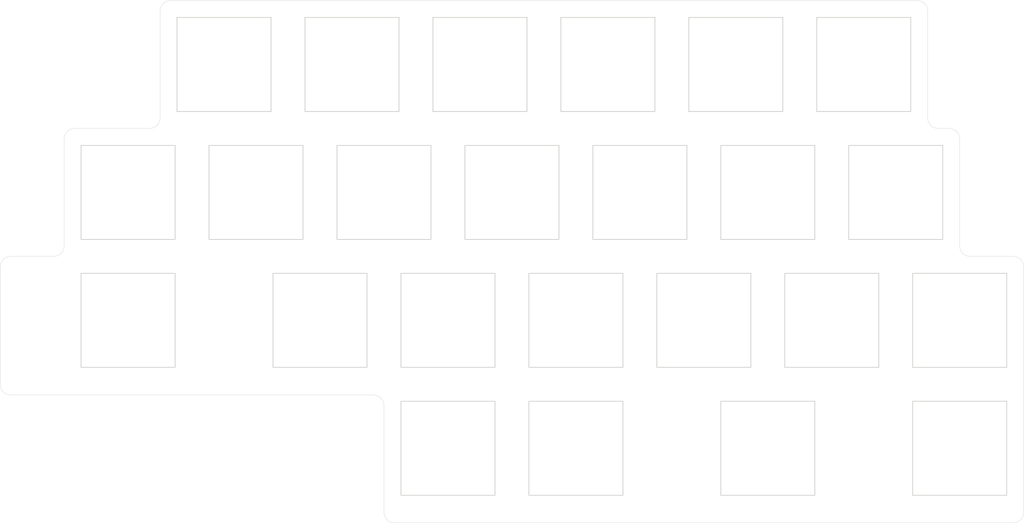
<source format=kicad_pcb>
(kicad_pcb (version 20171130) (host pcbnew "(5.1.10-1-10_14)")

  (general
    (thickness 1.6)
    (drawings 28)
    (tracks 0)
    (zones 0)
    (modules 26)
    (nets 1)
  )

  (page A4)
  (layers
    (0 F.Cu signal)
    (31 B.Cu signal)
    (32 B.Adhes user)
    (33 F.Adhes user)
    (34 B.Paste user)
    (35 F.Paste user)
    (36 B.SilkS user)
    (37 F.SilkS user)
    (38 B.Mask user)
    (39 F.Mask user)
    (40 Dwgs.User user)
    (41 Cmts.User user)
    (42 Eco1.User user)
    (43 Eco2.User user)
    (44 Edge.Cuts user)
    (45 Margin user)
    (46 B.CrtYd user)
    (47 F.CrtYd user)
    (48 B.Fab user)
    (49 F.Fab user)
  )

  (setup
    (last_trace_width 0.25)
    (trace_clearance 0.2)
    (zone_clearance 0.508)
    (zone_45_only no)
    (trace_min 0.2)
    (via_size 0.8)
    (via_drill 0.4)
    (via_min_size 0.4)
    (via_min_drill 0.3)
    (uvia_size 0.3)
    (uvia_drill 0.1)
    (uvias_allowed no)
    (uvia_min_size 0.2)
    (uvia_min_drill 0.1)
    (edge_width 0.05)
    (segment_width 0.2)
    (pcb_text_width 0.3)
    (pcb_text_size 1.5 1.5)
    (mod_edge_width 0.12)
    (mod_text_size 1 1)
    (mod_text_width 0.15)
    (pad_size 1.524 1.524)
    (pad_drill 0.762)
    (pad_to_mask_clearance 0)
    (aux_axis_origin 0 0)
    (visible_elements FFFFFF7F)
    (pcbplotparams
      (layerselection 0x010f0_ffffffff)
      (usegerberextensions true)
      (usegerberattributes false)
      (usegerberadvancedattributes false)
      (creategerberjobfile false)
      (excludeedgelayer true)
      (linewidth 0.100000)
      (plotframeref false)
      (viasonmask false)
      (mode 1)
      (useauxorigin false)
      (hpglpennumber 1)
      (hpglpenspeed 20)
      (hpglpendiameter 15.000000)
      (psnegative false)
      (psa4output false)
      (plotreference true)
      (plotvalue true)
      (plotinvisibletext false)
      (padsonsilk false)
      (subtractmaskfromsilk true)
      (outputformat 1)
      (mirror false)
      (drillshape 0)
      (scaleselection 1)
      (outputdirectory "../../gerbers/WTL-Split-Plates-Left-Top/"))
  )

  (net 0 "")

  (net_class Default "This is the default net class."
    (clearance 0.2)
    (trace_width 0.25)
    (via_dia 0.8)
    (via_drill 0.4)
    (uvia_dia 0.3)
    (uvia_drill 0.1)
  )

  (module Keebio-Parts:MX_Stabilizer_Cutout-2u (layer F.Cu) (tedit 59618178) (tstamp 613D0C88)
    (at 214.3125 98.425 180)
    (fp_text reference REF** (at 0.25 10.05) (layer Eco2.User) hide
      (effects (font (size 1 1) (thickness 0.15)))
    )
    (fp_text value MX_Stabilizer_Cutout-2u (at 0 -15.24) (layer F.Fab) hide
      (effects (font (size 1 1) (thickness 0.15)))
    )
    (fp_line (start 19 -9.5) (end 19 9.5) (layer Dwgs.User) (width 0.15))
    (fp_line (start 19 9.5) (end -19 9.5) (layer Dwgs.User) (width 0.15))
    (fp_line (start -19 9.5) (end -19 -9.5) (layer Dwgs.User) (width 0.15))
    (fp_line (start -19 -9.5) (end 19 -9.5) (layer Dwgs.User) (width 0.15))
    (pad "" np_thru_hole oval (at 11.938 7.7724 180) (size 3.048 0.3048) (drill oval 3.048 0.3048) (layers *.Cu *.Mask))
    (pad "" np_thru_hole oval (at 11.938 -5.5372 180) (size 6.6548 0.3048) (drill oval 6.6548 0.3048) (layers *.Cu *.Mask))
    (pad "" np_thru_hole oval (at 8.763 0.4572 180) (size 0.3048 12.2936) (drill oval 0.3048 12.2936) (layers *.Cu *.Mask))
    (pad "" np_thru_hole oval (at 11.938 6.4516 180) (size 6.6548 0.3048) (drill oval 6.6548 0.3048) (layers *.Cu *.Mask))
    (pad "" np_thru_hole oval (at 15.113 0.4572 180) (size 0.3048 12.2936) (drill oval 0.3048 12.2936) (layers *.Cu *.Mask))
    (pad "" np_thru_hole oval (at 15.9766 -0.889 180) (size 0.3048 2.794) (drill oval 0.3048 2.794) (layers *.Cu *.Mask))
    (pad "" np_thru_hole oval (at 10.5664 7.112 180) (size 0.3048 1.4732) (drill oval 0.3048 1.4732) (layers *.Cu *.Mask))
    (pad "" np_thru_hole oval (at 15.5448 -2.1336 180) (size 1.1684 0.3048) (drill oval 1.1684 0.3048) (layers *.Cu *.Mask))
    (pad "" np_thru_hole oval (at 13.3096 7.112 180) (size 0.3048 1.4732) (drill oval 0.3048 1.4732) (layers *.Cu *.Mask))
    (pad "" np_thru_hole oval (at 15.5448 0.3556 180) (size 1.1684 0.3048) (drill oval 1.1684 0.3048) (layers *.Cu *.Mask))
    (pad "" np_thru_hole oval (at -11.938 -5.5372 180) (size 6.6548 0.3048) (drill oval 6.6548 0.3048) (layers *.Cu *.Mask))
    (pad "" np_thru_hole oval (at -15.5448 -2.1336 180) (size 1.1684 0.3048) (drill oval 1.1684 0.3048) (layers *.Cu *.Mask))
    (pad "" np_thru_hole oval (at -15.9766 -0.889 180) (size 0.3048 2.794) (drill oval 0.3048 2.794) (layers *.Cu *.Mask))
    (pad "" np_thru_hole oval (at -15.113 0.4572 180) (size 0.3048 12.2936) (drill oval 0.3048 12.2936) (layers *.Cu *.Mask))
    (pad "" np_thru_hole oval (at -8.763 0.4572 180) (size 0.3048 12.2936) (drill oval 0.3048 12.2936) (layers *.Cu *.Mask))
    (pad "" np_thru_hole oval (at -11.938 6.4516 180) (size 6.6548 0.3048) (drill oval 6.6548 0.3048) (layers *.Cu *.Mask))
    (pad "" np_thru_hole oval (at -15.5448 0.3556 180) (size 1.1684 0.3048) (drill oval 1.1684 0.3048) (layers *.Cu *.Mask))
    (pad "" np_thru_hole oval (at -13.3096 7.112 180) (size 0.3048 1.4732) (drill oval 0.3048 1.4732) (layers *.Cu *.Mask))
    (pad "" np_thru_hole oval (at -10.5664 7.112 180) (size 0.3048 1.4732) (drill oval 0.3048 1.4732) (layers *.Cu *.Mask))
    (pad "" np_thru_hole oval (at -11.938 7.7724 180) (size 3.048 0.3048) (drill oval 3.048 0.3048) (layers *.Cu *.Mask))
  )

  (module kbd:SW_Hole (layer F.Cu) (tedit 5F1B7F65) (tstamp 613D0C7D)
    (at 214.3125 98.425)
    (fp_text reference SW2 (at 7 8.1) (layer F.SilkS) hide
      (effects (font (size 1 1) (thickness 0.15)))
    )
    (fp_text value KEY_SWITCH (at -7.4 -8.1) (layer F.Fab) hide
      (effects (font (size 1 1) (thickness 0.15)))
    )
    (fp_line (start 7 -7) (end -7 -7) (layer Edge.Cuts) (width 0.12))
    (fp_line (start 7 7) (end 7 -7) (layer Edge.Cuts) (width 0.12))
    (fp_line (start -7 7) (end 7 7) (layer Edge.Cuts) (width 0.12))
    (fp_line (start -7 -7) (end -7 7) (layer Edge.Cuts) (width 0.12))
    (fp_line (start 9.525 -9.525) (end -9.525 -9.525) (layer F.Fab) (width 0.15))
    (fp_line (start -9.525 -9.525) (end -9.525 9.525) (layer F.Fab) (width 0.15))
    (fp_line (start -9.525 9.525) (end 9.525 9.525) (layer F.Fab) (width 0.15))
    (fp_line (start 9.525 9.525) (end 9.525 -9.525) (layer F.Fab) (width 0.15))
  )

  (module kbd:SW_Hole (layer F.Cu) (tedit 5F1B7F65) (tstamp 613D095F)
    (at 242.8875 98.425)
    (fp_text reference SW2 (at 7 8.1) (layer F.SilkS) hide
      (effects (font (size 1 1) (thickness 0.15)))
    )
    (fp_text value KEY_SWITCH (at -7.4 -8.1) (layer F.Fab) hide
      (effects (font (size 1 1) (thickness 0.15)))
    )
    (fp_line (start 7 -7) (end -7 -7) (layer Edge.Cuts) (width 0.12))
    (fp_line (start 7 7) (end 7 -7) (layer Edge.Cuts) (width 0.12))
    (fp_line (start -7 7) (end 7 7) (layer Edge.Cuts) (width 0.12))
    (fp_line (start -7 -7) (end -7 7) (layer Edge.Cuts) (width 0.12))
    (fp_line (start 9.525 -9.525) (end -9.525 -9.525) (layer F.Fab) (width 0.15))
    (fp_line (start -9.525 -9.525) (end -9.525 9.525) (layer F.Fab) (width 0.15))
    (fp_line (start -9.525 9.525) (end 9.525 9.525) (layer F.Fab) (width 0.15))
    (fp_line (start 9.525 9.525) (end 9.525 -9.525) (layer F.Fab) (width 0.15))
  )

  (module kbd:SW_Hole (layer F.Cu) (tedit 5F1B7F65) (tstamp 613D0949)
    (at 166.6875 98.425)
    (fp_text reference SW2 (at 7 8.1) (layer F.SilkS) hide
      (effects (font (size 1 1) (thickness 0.15)))
    )
    (fp_text value KEY_SWITCH (at -7.4 -8.1) (layer F.Fab) hide
      (effects (font (size 1 1) (thickness 0.15)))
    )
    (fp_line (start 7 -7) (end -7 -7) (layer Edge.Cuts) (width 0.12))
    (fp_line (start 7 7) (end 7 -7) (layer Edge.Cuts) (width 0.12))
    (fp_line (start -7 7) (end 7 7) (layer Edge.Cuts) (width 0.12))
    (fp_line (start -7 -7) (end -7 7) (layer Edge.Cuts) (width 0.12))
    (fp_line (start 9.525 -9.525) (end -9.525 -9.525) (layer F.Fab) (width 0.15))
    (fp_line (start -9.525 -9.525) (end -9.525 9.525) (layer F.Fab) (width 0.15))
    (fp_line (start -9.525 9.525) (end 9.525 9.525) (layer F.Fab) (width 0.15))
    (fp_line (start 9.525 9.525) (end 9.525 -9.525) (layer F.Fab) (width 0.15))
  )

  (module kbd:SW_Hole (layer F.Cu) (tedit 5F1B7F65) (tstamp 613D0928)
    (at 185.7375 98.425)
    (fp_text reference SW2 (at 7 8.1) (layer F.SilkS) hide
      (effects (font (size 1 1) (thickness 0.15)))
    )
    (fp_text value KEY_SWITCH (at -7.4 -8.1) (layer F.Fab) hide
      (effects (font (size 1 1) (thickness 0.15)))
    )
    (fp_line (start 7 -7) (end -7 -7) (layer Edge.Cuts) (width 0.12))
    (fp_line (start 7 7) (end 7 -7) (layer Edge.Cuts) (width 0.12))
    (fp_line (start -7 7) (end 7 7) (layer Edge.Cuts) (width 0.12))
    (fp_line (start -7 -7) (end -7 7) (layer Edge.Cuts) (width 0.12))
    (fp_line (start 9.525 -9.525) (end -9.525 -9.525) (layer F.Fab) (width 0.15))
    (fp_line (start -9.525 -9.525) (end -9.525 9.525) (layer F.Fab) (width 0.15))
    (fp_line (start -9.525 9.525) (end 9.525 9.525) (layer F.Fab) (width 0.15))
    (fp_line (start 9.525 9.525) (end 9.525 -9.525) (layer F.Fab) (width 0.15))
  )

  (module kbd:SW_Hole (layer F.Cu) (tedit 5F1B7F65) (tstamp 613D0BDE)
    (at 119.0625 79.375)
    (fp_text reference SW2 (at 7 8.1) (layer F.SilkS) hide
      (effects (font (size 1 1) (thickness 0.15)))
    )
    (fp_text value KEY_SWITCH (at -7.4 -8.1) (layer F.Fab) hide
      (effects (font (size 1 1) (thickness 0.15)))
    )
    (fp_line (start 7 -7) (end -7 -7) (layer Edge.Cuts) (width 0.12))
    (fp_line (start 7 7) (end 7 -7) (layer Edge.Cuts) (width 0.12))
    (fp_line (start -7 7) (end 7 7) (layer Edge.Cuts) (width 0.12))
    (fp_line (start -7 -7) (end -7 7) (layer Edge.Cuts) (width 0.12))
    (fp_line (start 9.525 -9.525) (end -9.525 -9.525) (layer F.Fab) (width 0.15))
    (fp_line (start -9.525 -9.525) (end -9.525 9.525) (layer F.Fab) (width 0.15))
    (fp_line (start -9.525 9.525) (end 9.525 9.525) (layer F.Fab) (width 0.15))
    (fp_line (start 9.525 9.525) (end 9.525 -9.525) (layer F.Fab) (width 0.15))
  )

  (module Keebio-Parts:MX_Stabilizer_Cutout-2u (layer F.Cu) (tedit 59618178) (tstamp 613D0AFF)
    (at 119.0625 79.375 180)
    (fp_text reference REF** (at 0.25 10.05) (layer Eco2.User) hide
      (effects (font (size 1 1) (thickness 0.15)))
    )
    (fp_text value MX_Stabilizer_Cutout-2u (at 0 -15.24) (layer F.Fab) hide
      (effects (font (size 1 1) (thickness 0.15)))
    )
    (fp_line (start 19 -9.5) (end 19 9.5) (layer Dwgs.User) (width 0.15))
    (fp_line (start 19 9.5) (end -19 9.5) (layer Dwgs.User) (width 0.15))
    (fp_line (start -19 9.5) (end -19 -9.5) (layer Dwgs.User) (width 0.15))
    (fp_line (start -19 -9.5) (end 19 -9.5) (layer Dwgs.User) (width 0.15))
    (pad "" np_thru_hole oval (at -11.938 7.7724 180) (size 3.048 0.3048) (drill oval 3.048 0.3048) (layers *.Cu *.Mask))
    (pad "" np_thru_hole oval (at -10.5664 7.112 180) (size 0.3048 1.4732) (drill oval 0.3048 1.4732) (layers *.Cu *.Mask))
    (pad "" np_thru_hole oval (at -13.3096 7.112 180) (size 0.3048 1.4732) (drill oval 0.3048 1.4732) (layers *.Cu *.Mask))
    (pad "" np_thru_hole oval (at -15.5448 0.3556 180) (size 1.1684 0.3048) (drill oval 1.1684 0.3048) (layers *.Cu *.Mask))
    (pad "" np_thru_hole oval (at -11.938 6.4516 180) (size 6.6548 0.3048) (drill oval 6.6548 0.3048) (layers *.Cu *.Mask))
    (pad "" np_thru_hole oval (at -8.763 0.4572 180) (size 0.3048 12.2936) (drill oval 0.3048 12.2936) (layers *.Cu *.Mask))
    (pad "" np_thru_hole oval (at -15.113 0.4572 180) (size 0.3048 12.2936) (drill oval 0.3048 12.2936) (layers *.Cu *.Mask))
    (pad "" np_thru_hole oval (at -15.9766 -0.889 180) (size 0.3048 2.794) (drill oval 0.3048 2.794) (layers *.Cu *.Mask))
    (pad "" np_thru_hole oval (at -15.5448 -2.1336 180) (size 1.1684 0.3048) (drill oval 1.1684 0.3048) (layers *.Cu *.Mask))
    (pad "" np_thru_hole oval (at -11.938 -5.5372 180) (size 6.6548 0.3048) (drill oval 6.6548 0.3048) (layers *.Cu *.Mask))
    (pad "" np_thru_hole oval (at 15.5448 0.3556 180) (size 1.1684 0.3048) (drill oval 1.1684 0.3048) (layers *.Cu *.Mask))
    (pad "" np_thru_hole oval (at 13.3096 7.112 180) (size 0.3048 1.4732) (drill oval 0.3048 1.4732) (layers *.Cu *.Mask))
    (pad "" np_thru_hole oval (at 15.5448 -2.1336 180) (size 1.1684 0.3048) (drill oval 1.1684 0.3048) (layers *.Cu *.Mask))
    (pad "" np_thru_hole oval (at 10.5664 7.112 180) (size 0.3048 1.4732) (drill oval 0.3048 1.4732) (layers *.Cu *.Mask))
    (pad "" np_thru_hole oval (at 15.9766 -0.889 180) (size 0.3048 2.794) (drill oval 0.3048 2.794) (layers *.Cu *.Mask))
    (pad "" np_thru_hole oval (at 15.113 0.4572 180) (size 0.3048 12.2936) (drill oval 0.3048 12.2936) (layers *.Cu *.Mask))
    (pad "" np_thru_hole oval (at 11.938 6.4516 180) (size 6.6548 0.3048) (drill oval 6.6548 0.3048) (layers *.Cu *.Mask))
    (pad "" np_thru_hole oval (at 8.763 0.4572 180) (size 0.3048 12.2936) (drill oval 0.3048 12.2936) (layers *.Cu *.Mask))
    (pad "" np_thru_hole oval (at 11.938 -5.5372 180) (size 6.6548 0.3048) (drill oval 6.6548 0.3048) (layers *.Cu *.Mask))
    (pad "" np_thru_hole oval (at 11.938 7.7724 180) (size 3.048 0.3048) (drill oval 3.048 0.3048) (layers *.Cu *.Mask))
  )

  (module kbd:SW_Hole (layer F.Cu) (tedit 5F1B7F65) (tstamp 613D0A60)
    (at 119.0625 60.325)
    (fp_text reference SW2 (at 7 8.1) (layer F.SilkS) hide
      (effects (font (size 1 1) (thickness 0.15)))
    )
    (fp_text value KEY_SWITCH (at -7.4 -8.1) (layer F.Fab) hide
      (effects (font (size 1 1) (thickness 0.15)))
    )
    (fp_line (start 7 -7) (end -7 -7) (layer Edge.Cuts) (width 0.12))
    (fp_line (start 7 7) (end 7 -7) (layer Edge.Cuts) (width 0.12))
    (fp_line (start -7 7) (end 7 7) (layer Edge.Cuts) (width 0.12))
    (fp_line (start -7 -7) (end -7 7) (layer Edge.Cuts) (width 0.12))
    (fp_line (start 9.525 -9.525) (end -9.525 -9.525) (layer F.Fab) (width 0.15))
    (fp_line (start -9.525 -9.525) (end -9.525 9.525) (layer F.Fab) (width 0.15))
    (fp_line (start -9.525 9.525) (end 9.525 9.525) (layer F.Fab) (width 0.15))
    (fp_line (start 9.525 9.525) (end 9.525 -9.525) (layer F.Fab) (width 0.15))
  )

  (module kbd:SW_Hole (layer F.Cu) (tedit 5F1B7F65) (tstamp 613D095F)
    (at 242.8875 79.375)
    (fp_text reference SW2 (at 7 8.1) (layer F.SilkS) hide
      (effects (font (size 1 1) (thickness 0.15)))
    )
    (fp_text value KEY_SWITCH (at -7.4 -8.1) (layer F.Fab) hide
      (effects (font (size 1 1) (thickness 0.15)))
    )
    (fp_line (start 7 -7) (end -7 -7) (layer Edge.Cuts) (width 0.12))
    (fp_line (start 7 7) (end 7 -7) (layer Edge.Cuts) (width 0.12))
    (fp_line (start -7 7) (end 7 7) (layer Edge.Cuts) (width 0.12))
    (fp_line (start -7 -7) (end -7 7) (layer Edge.Cuts) (width 0.12))
    (fp_line (start 9.525 -9.525) (end -9.525 -9.525) (layer F.Fab) (width 0.15))
    (fp_line (start -9.525 -9.525) (end -9.525 9.525) (layer F.Fab) (width 0.15))
    (fp_line (start -9.525 9.525) (end 9.525 9.525) (layer F.Fab) (width 0.15))
    (fp_line (start 9.525 9.525) (end 9.525 -9.525) (layer F.Fab) (width 0.15))
  )

  (module kbd:SW_Hole (layer F.Cu) (tedit 5F1B7F65) (tstamp 613D0954)
    (at 223.8375 79.375)
    (fp_text reference SW2 (at 7 8.1) (layer F.SilkS) hide
      (effects (font (size 1 1) (thickness 0.15)))
    )
    (fp_text value KEY_SWITCH (at -7.4 -8.1) (layer F.Fab) hide
      (effects (font (size 1 1) (thickness 0.15)))
    )
    (fp_line (start 7 -7) (end -7 -7) (layer Edge.Cuts) (width 0.12))
    (fp_line (start 7 7) (end 7 -7) (layer Edge.Cuts) (width 0.12))
    (fp_line (start -7 7) (end 7 7) (layer Edge.Cuts) (width 0.12))
    (fp_line (start -7 -7) (end -7 7) (layer Edge.Cuts) (width 0.12))
    (fp_line (start 9.525 -9.525) (end -9.525 -9.525) (layer F.Fab) (width 0.15))
    (fp_line (start -9.525 -9.525) (end -9.525 9.525) (layer F.Fab) (width 0.15))
    (fp_line (start -9.525 9.525) (end 9.525 9.525) (layer F.Fab) (width 0.15))
    (fp_line (start 9.525 9.525) (end 9.525 -9.525) (layer F.Fab) (width 0.15))
  )

  (module kbd:SW_Hole (layer F.Cu) (tedit 5F1B7F65) (tstamp 613D0949)
    (at 166.6875 79.375)
    (fp_text reference SW2 (at 7 8.1) (layer F.SilkS) hide
      (effects (font (size 1 1) (thickness 0.15)))
    )
    (fp_text value KEY_SWITCH (at -7.4 -8.1) (layer F.Fab) hide
      (effects (font (size 1 1) (thickness 0.15)))
    )
    (fp_line (start 7 -7) (end -7 -7) (layer Edge.Cuts) (width 0.12))
    (fp_line (start 7 7) (end 7 -7) (layer Edge.Cuts) (width 0.12))
    (fp_line (start -7 7) (end 7 7) (layer Edge.Cuts) (width 0.12))
    (fp_line (start -7 -7) (end -7 7) (layer Edge.Cuts) (width 0.12))
    (fp_line (start 9.525 -9.525) (end -9.525 -9.525) (layer F.Fab) (width 0.15))
    (fp_line (start -9.525 -9.525) (end -9.525 9.525) (layer F.Fab) (width 0.15))
    (fp_line (start -9.525 9.525) (end 9.525 9.525) (layer F.Fab) (width 0.15))
    (fp_line (start 9.525 9.525) (end 9.525 -9.525) (layer F.Fab) (width 0.15))
  )

  (module kbd:SW_Hole (layer F.Cu) (tedit 5F1B7F65) (tstamp 613D093E)
    (at 147.6375 79.375)
    (fp_text reference SW2 (at 7 8.1) (layer F.SilkS) hide
      (effects (font (size 1 1) (thickness 0.15)))
    )
    (fp_text value KEY_SWITCH (at -7.4 -8.1) (layer F.Fab) hide
      (effects (font (size 1 1) (thickness 0.15)))
    )
    (fp_line (start 7 -7) (end -7 -7) (layer Edge.Cuts) (width 0.12))
    (fp_line (start 7 7) (end 7 -7) (layer Edge.Cuts) (width 0.12))
    (fp_line (start -7 7) (end 7 7) (layer Edge.Cuts) (width 0.12))
    (fp_line (start -7 -7) (end -7 7) (layer Edge.Cuts) (width 0.12))
    (fp_line (start 9.525 -9.525) (end -9.525 -9.525) (layer F.Fab) (width 0.15))
    (fp_line (start -9.525 -9.525) (end -9.525 9.525) (layer F.Fab) (width 0.15))
    (fp_line (start -9.525 9.525) (end 9.525 9.525) (layer F.Fab) (width 0.15))
    (fp_line (start 9.525 9.525) (end 9.525 -9.525) (layer F.Fab) (width 0.15))
  )

  (module kbd:SW_Hole (layer F.Cu) (tedit 5F1B7F65) (tstamp 613D0933)
    (at 204.7875 79.375)
    (fp_text reference SW2 (at 7 8.1) (layer F.SilkS) hide
      (effects (font (size 1 1) (thickness 0.15)))
    )
    (fp_text value KEY_SWITCH (at -7.4 -8.1) (layer F.Fab) hide
      (effects (font (size 1 1) (thickness 0.15)))
    )
    (fp_line (start 7 -7) (end -7 -7) (layer Edge.Cuts) (width 0.12))
    (fp_line (start 7 7) (end 7 -7) (layer Edge.Cuts) (width 0.12))
    (fp_line (start -7 7) (end 7 7) (layer Edge.Cuts) (width 0.12))
    (fp_line (start -7 -7) (end -7 7) (layer Edge.Cuts) (width 0.12))
    (fp_line (start 9.525 -9.525) (end -9.525 -9.525) (layer F.Fab) (width 0.15))
    (fp_line (start -9.525 -9.525) (end -9.525 9.525) (layer F.Fab) (width 0.15))
    (fp_line (start -9.525 9.525) (end 9.525 9.525) (layer F.Fab) (width 0.15))
    (fp_line (start 9.525 9.525) (end 9.525 -9.525) (layer F.Fab) (width 0.15))
  )

  (module kbd:SW_Hole (layer F.Cu) (tedit 5F1B7F65) (tstamp 613D0928)
    (at 185.7375 79.375)
    (fp_text reference SW2 (at 7 8.1) (layer F.SilkS) hide
      (effects (font (size 1 1) (thickness 0.15)))
    )
    (fp_text value KEY_SWITCH (at -7.4 -8.1) (layer F.Fab) hide
      (effects (font (size 1 1) (thickness 0.15)))
    )
    (fp_line (start 7 -7) (end -7 -7) (layer Edge.Cuts) (width 0.12))
    (fp_line (start 7 7) (end 7 -7) (layer Edge.Cuts) (width 0.12))
    (fp_line (start -7 7) (end 7 7) (layer Edge.Cuts) (width 0.12))
    (fp_line (start -7 -7) (end -7 7) (layer Edge.Cuts) (width 0.12))
    (fp_line (start 9.525 -9.525) (end -9.525 -9.525) (layer F.Fab) (width 0.15))
    (fp_line (start -9.525 -9.525) (end -9.525 9.525) (layer F.Fab) (width 0.15))
    (fp_line (start -9.525 9.525) (end 9.525 9.525) (layer F.Fab) (width 0.15))
    (fp_line (start 9.525 9.525) (end 9.525 -9.525) (layer F.Fab) (width 0.15))
  )

  (module kbd:SW_Hole (layer F.Cu) (tedit 5F1B7F65) (tstamp 613D095F)
    (at 233.3625 60.325)
    (fp_text reference SW2 (at 7 8.1) (layer F.SilkS) hide
      (effects (font (size 1 1) (thickness 0.15)))
    )
    (fp_text value KEY_SWITCH (at -7.4 -8.1) (layer F.Fab) hide
      (effects (font (size 1 1) (thickness 0.15)))
    )
    (fp_line (start 7 -7) (end -7 -7) (layer Edge.Cuts) (width 0.12))
    (fp_line (start 7 7) (end 7 -7) (layer Edge.Cuts) (width 0.12))
    (fp_line (start -7 7) (end 7 7) (layer Edge.Cuts) (width 0.12))
    (fp_line (start -7 -7) (end -7 7) (layer Edge.Cuts) (width 0.12))
    (fp_line (start 9.525 -9.525) (end -9.525 -9.525) (layer F.Fab) (width 0.15))
    (fp_line (start -9.525 -9.525) (end -9.525 9.525) (layer F.Fab) (width 0.15))
    (fp_line (start -9.525 9.525) (end 9.525 9.525) (layer F.Fab) (width 0.15))
    (fp_line (start 9.525 9.525) (end 9.525 -9.525) (layer F.Fab) (width 0.15))
  )

  (module kbd:SW_Hole (layer F.Cu) (tedit 5F1B7F65) (tstamp 613D0954)
    (at 214.3125 60.325)
    (fp_text reference SW2 (at 7 8.1) (layer F.SilkS) hide
      (effects (font (size 1 1) (thickness 0.15)))
    )
    (fp_text value KEY_SWITCH (at -7.4 -8.1) (layer F.Fab) hide
      (effects (font (size 1 1) (thickness 0.15)))
    )
    (fp_line (start 7 -7) (end -7 -7) (layer Edge.Cuts) (width 0.12))
    (fp_line (start 7 7) (end 7 -7) (layer Edge.Cuts) (width 0.12))
    (fp_line (start -7 7) (end 7 7) (layer Edge.Cuts) (width 0.12))
    (fp_line (start -7 -7) (end -7 7) (layer Edge.Cuts) (width 0.12))
    (fp_line (start 9.525 -9.525) (end -9.525 -9.525) (layer F.Fab) (width 0.15))
    (fp_line (start -9.525 -9.525) (end -9.525 9.525) (layer F.Fab) (width 0.15))
    (fp_line (start -9.525 9.525) (end 9.525 9.525) (layer F.Fab) (width 0.15))
    (fp_line (start 9.525 9.525) (end 9.525 -9.525) (layer F.Fab) (width 0.15))
  )

  (module kbd:SW_Hole (layer F.Cu) (tedit 5F1B7F65) (tstamp 613D0949)
    (at 157.1625 60.325)
    (fp_text reference SW2 (at 7 8.1) (layer F.SilkS) hide
      (effects (font (size 1 1) (thickness 0.15)))
    )
    (fp_text value KEY_SWITCH (at -7.4 -8.1) (layer F.Fab) hide
      (effects (font (size 1 1) (thickness 0.15)))
    )
    (fp_line (start 7 -7) (end -7 -7) (layer Edge.Cuts) (width 0.12))
    (fp_line (start 7 7) (end 7 -7) (layer Edge.Cuts) (width 0.12))
    (fp_line (start -7 7) (end 7 7) (layer Edge.Cuts) (width 0.12))
    (fp_line (start -7 -7) (end -7 7) (layer Edge.Cuts) (width 0.12))
    (fp_line (start 9.525 -9.525) (end -9.525 -9.525) (layer F.Fab) (width 0.15))
    (fp_line (start -9.525 -9.525) (end -9.525 9.525) (layer F.Fab) (width 0.15))
    (fp_line (start -9.525 9.525) (end 9.525 9.525) (layer F.Fab) (width 0.15))
    (fp_line (start 9.525 9.525) (end 9.525 -9.525) (layer F.Fab) (width 0.15))
  )

  (module kbd:SW_Hole (layer F.Cu) (tedit 5F1B7F65) (tstamp 613D093E)
    (at 138.1125 60.325)
    (fp_text reference SW2 (at 7 8.1) (layer F.SilkS) hide
      (effects (font (size 1 1) (thickness 0.15)))
    )
    (fp_text value KEY_SWITCH (at -7.4 -8.1) (layer F.Fab) hide
      (effects (font (size 1 1) (thickness 0.15)))
    )
    (fp_line (start 7 -7) (end -7 -7) (layer Edge.Cuts) (width 0.12))
    (fp_line (start 7 7) (end 7 -7) (layer Edge.Cuts) (width 0.12))
    (fp_line (start -7 7) (end 7 7) (layer Edge.Cuts) (width 0.12))
    (fp_line (start -7 -7) (end -7 7) (layer Edge.Cuts) (width 0.12))
    (fp_line (start 9.525 -9.525) (end -9.525 -9.525) (layer F.Fab) (width 0.15))
    (fp_line (start -9.525 -9.525) (end -9.525 9.525) (layer F.Fab) (width 0.15))
    (fp_line (start -9.525 9.525) (end 9.525 9.525) (layer F.Fab) (width 0.15))
    (fp_line (start 9.525 9.525) (end 9.525 -9.525) (layer F.Fab) (width 0.15))
  )

  (module kbd:SW_Hole (layer F.Cu) (tedit 5F1B7F65) (tstamp 613D0933)
    (at 195.2625 60.325)
    (fp_text reference SW2 (at 7 8.1) (layer F.SilkS) hide
      (effects (font (size 1 1) (thickness 0.15)))
    )
    (fp_text value KEY_SWITCH (at -7.4 -8.1) (layer F.Fab) hide
      (effects (font (size 1 1) (thickness 0.15)))
    )
    (fp_line (start 7 -7) (end -7 -7) (layer Edge.Cuts) (width 0.12))
    (fp_line (start 7 7) (end 7 -7) (layer Edge.Cuts) (width 0.12))
    (fp_line (start -7 7) (end 7 7) (layer Edge.Cuts) (width 0.12))
    (fp_line (start -7 -7) (end -7 7) (layer Edge.Cuts) (width 0.12))
    (fp_line (start 9.525 -9.525) (end -9.525 -9.525) (layer F.Fab) (width 0.15))
    (fp_line (start -9.525 -9.525) (end -9.525 9.525) (layer F.Fab) (width 0.15))
    (fp_line (start -9.525 9.525) (end 9.525 9.525) (layer F.Fab) (width 0.15))
    (fp_line (start 9.525 9.525) (end 9.525 -9.525) (layer F.Fab) (width 0.15))
  )

  (module kbd:SW_Hole (layer F.Cu) (tedit 5F1B7F65) (tstamp 613D0928)
    (at 176.2125 60.325)
    (fp_text reference SW2 (at 7 8.1) (layer F.SilkS) hide
      (effects (font (size 1 1) (thickness 0.15)))
    )
    (fp_text value KEY_SWITCH (at -7.4 -8.1) (layer F.Fab) hide
      (effects (font (size 1 1) (thickness 0.15)))
    )
    (fp_line (start 7 -7) (end -7 -7) (layer Edge.Cuts) (width 0.12))
    (fp_line (start 7 7) (end 7 -7) (layer Edge.Cuts) (width 0.12))
    (fp_line (start -7 7) (end 7 7) (layer Edge.Cuts) (width 0.12))
    (fp_line (start -7 -7) (end -7 7) (layer Edge.Cuts) (width 0.12))
    (fp_line (start 9.525 -9.525) (end -9.525 -9.525) (layer F.Fab) (width 0.15))
    (fp_line (start -9.525 -9.525) (end -9.525 9.525) (layer F.Fab) (width 0.15))
    (fp_line (start -9.525 9.525) (end 9.525 9.525) (layer F.Fab) (width 0.15))
    (fp_line (start 9.525 9.525) (end 9.525 -9.525) (layer F.Fab) (width 0.15))
  )

  (module kbd:SW_Hole (layer F.Cu) (tedit 5F1B7F65) (tstamp 613D08E9)
    (at 152.4 41.275)
    (fp_text reference SW2 (at 7 8.1) (layer F.SilkS) hide
      (effects (font (size 1 1) (thickness 0.15)))
    )
    (fp_text value KEY_SWITCH (at -7.4 -8.1) (layer F.Fab) hide
      (effects (font (size 1 1) (thickness 0.15)))
    )
    (fp_line (start 7 -7) (end -7 -7) (layer Edge.Cuts) (width 0.12))
    (fp_line (start 7 7) (end 7 -7) (layer Edge.Cuts) (width 0.12))
    (fp_line (start -7 7) (end 7 7) (layer Edge.Cuts) (width 0.12))
    (fp_line (start -7 -7) (end -7 7) (layer Edge.Cuts) (width 0.12))
    (fp_line (start 9.525 -9.525) (end -9.525 -9.525) (layer F.Fab) (width 0.15))
    (fp_line (start -9.525 -9.525) (end -9.525 9.525) (layer F.Fab) (width 0.15))
    (fp_line (start -9.525 9.525) (end 9.525 9.525) (layer F.Fab) (width 0.15))
    (fp_line (start 9.525 9.525) (end 9.525 -9.525) (layer F.Fab) (width 0.15))
  )

  (module kbd:SW_Hole (layer F.Cu) (tedit 5F1B7F65) (tstamp 613D08DE)
    (at 133.35 41.275)
    (fp_text reference SW2 (at 7 8.1) (layer F.SilkS) hide
      (effects (font (size 1 1) (thickness 0.15)))
    )
    (fp_text value KEY_SWITCH (at -7.4 -8.1) (layer F.Fab) hide
      (effects (font (size 1 1) (thickness 0.15)))
    )
    (fp_line (start 7 -7) (end -7 -7) (layer Edge.Cuts) (width 0.12))
    (fp_line (start 7 7) (end 7 -7) (layer Edge.Cuts) (width 0.12))
    (fp_line (start -7 7) (end 7 7) (layer Edge.Cuts) (width 0.12))
    (fp_line (start -7 -7) (end -7 7) (layer Edge.Cuts) (width 0.12))
    (fp_line (start 9.525 -9.525) (end -9.525 -9.525) (layer F.Fab) (width 0.15))
    (fp_line (start -9.525 -9.525) (end -9.525 9.525) (layer F.Fab) (width 0.15))
    (fp_line (start -9.525 9.525) (end 9.525 9.525) (layer F.Fab) (width 0.15))
    (fp_line (start 9.525 9.525) (end 9.525 -9.525) (layer F.Fab) (width 0.15))
  )

  (module kbd:SW_Hole (layer F.Cu) (tedit 5F1B7F65) (tstamp 613D08E9)
    (at 190.5 41.275)
    (fp_text reference SW2 (at 7 8.1) (layer F.SilkS) hide
      (effects (font (size 1 1) (thickness 0.15)))
    )
    (fp_text value KEY_SWITCH (at -7.4 -8.1) (layer F.Fab) hide
      (effects (font (size 1 1) (thickness 0.15)))
    )
    (fp_line (start 7 -7) (end -7 -7) (layer Edge.Cuts) (width 0.12))
    (fp_line (start 7 7) (end 7 -7) (layer Edge.Cuts) (width 0.12))
    (fp_line (start -7 7) (end 7 7) (layer Edge.Cuts) (width 0.12))
    (fp_line (start -7 -7) (end -7 7) (layer Edge.Cuts) (width 0.12))
    (fp_line (start 9.525 -9.525) (end -9.525 -9.525) (layer F.Fab) (width 0.15))
    (fp_line (start -9.525 -9.525) (end -9.525 9.525) (layer F.Fab) (width 0.15))
    (fp_line (start -9.525 9.525) (end 9.525 9.525) (layer F.Fab) (width 0.15))
    (fp_line (start 9.525 9.525) (end 9.525 -9.525) (layer F.Fab) (width 0.15))
  )

  (module kbd:SW_Hole (layer F.Cu) (tedit 5F1B7F65) (tstamp 613D08DE)
    (at 171.45 41.275)
    (fp_text reference SW2 (at 7 8.1) (layer F.SilkS) hide
      (effects (font (size 1 1) (thickness 0.15)))
    )
    (fp_text value KEY_SWITCH (at -7.4 -8.1) (layer F.Fab) hide
      (effects (font (size 1 1) (thickness 0.15)))
    )
    (fp_line (start 7 -7) (end -7 -7) (layer Edge.Cuts) (width 0.12))
    (fp_line (start 7 7) (end 7 -7) (layer Edge.Cuts) (width 0.12))
    (fp_line (start -7 7) (end 7 7) (layer Edge.Cuts) (width 0.12))
    (fp_line (start -7 -7) (end -7 7) (layer Edge.Cuts) (width 0.12))
    (fp_line (start 9.525 -9.525) (end -9.525 -9.525) (layer F.Fab) (width 0.15))
    (fp_line (start -9.525 -9.525) (end -9.525 9.525) (layer F.Fab) (width 0.15))
    (fp_line (start -9.525 9.525) (end 9.525 9.525) (layer F.Fab) (width 0.15))
    (fp_line (start 9.525 9.525) (end 9.525 -9.525) (layer F.Fab) (width 0.15))
  )

  (module kbd:SW_Hole (layer F.Cu) (tedit 5F1B7F65) (tstamp 613D08DD)
    (at 209.55 41.275)
    (fp_text reference SW2 (at 7 8.1) (layer F.SilkS) hide
      (effects (font (size 1 1) (thickness 0.15)))
    )
    (fp_text value KEY_SWITCH (at -7.4 -8.1) (layer F.Fab) hide
      (effects (font (size 1 1) (thickness 0.15)))
    )
    (fp_line (start 7 -7) (end -7 -7) (layer Edge.Cuts) (width 0.12))
    (fp_line (start 7 7) (end 7 -7) (layer Edge.Cuts) (width 0.12))
    (fp_line (start -7 7) (end 7 7) (layer Edge.Cuts) (width 0.12))
    (fp_line (start -7 -7) (end -7 7) (layer Edge.Cuts) (width 0.12))
    (fp_line (start 9.525 -9.525) (end -9.525 -9.525) (layer F.Fab) (width 0.15))
    (fp_line (start -9.525 -9.525) (end -9.525 9.525) (layer F.Fab) (width 0.15))
    (fp_line (start -9.525 9.525) (end 9.525 9.525) (layer F.Fab) (width 0.15))
    (fp_line (start 9.525 9.525) (end 9.525 -9.525) (layer F.Fab) (width 0.15))
  )

  (module kbd:SW_Hole (layer F.Cu) (tedit 5F1B7F65) (tstamp 613D0884)
    (at 228.6 41.275)
    (fp_text reference SW2 (at 7 8.1) (layer F.SilkS) hide
      (effects (font (size 1 1) (thickness 0.15)))
    )
    (fp_text value KEY_SWITCH (at -7.4 -8.1) (layer F.Fab) hide
      (effects (font (size 1 1) (thickness 0.15)))
    )
    (fp_line (start 7 -7) (end -7 -7) (layer Edge.Cuts) (width 0.12))
    (fp_line (start 7 7) (end 7 -7) (layer Edge.Cuts) (width 0.12))
    (fp_line (start -7 7) (end 7 7) (layer Edge.Cuts) (width 0.12))
    (fp_line (start -7 -7) (end -7 7) (layer Edge.Cuts) (width 0.12))
    (fp_line (start 9.525 -9.525) (end -9.525 -9.525) (layer F.Fab) (width 0.15))
    (fp_line (start -9.525 -9.525) (end -9.525 9.525) (layer F.Fab) (width 0.15))
    (fp_line (start -9.525 9.525) (end 9.525 9.525) (layer F.Fab) (width 0.15))
    (fp_line (start 9.525 9.525) (end 9.525 -9.525) (layer F.Fab) (width 0.15))
  )

  (gr_line (start 107.95 69.85) (end 101.6 69.85) (layer Edge.Cuts) (width 0.05) (tstamp 613D0DDE))
  (gr_line (start 109.5375 52.3875) (end 109.5375 68.2625) (layer Edge.Cuts) (width 0.05) (tstamp 613D0DDD))
  (gr_line (start 122.2375 50.8) (end 111.125 50.8) (layer Edge.Cuts) (width 0.05) (tstamp 613D0DDC))
  (gr_line (start 123.825 33.3375) (end 123.825 49.2125) (layer Edge.Cuts) (width 0.05) (tstamp 613D0DDB))
  (gr_line (start 236.5375 31.75) (end 125.4125 31.75) (layer Edge.Cuts) (width 0.05) (tstamp 613D0DDA))
  (gr_line (start 238.125 49.2125) (end 238.125 33.3375) (layer Edge.Cuts) (width 0.05) (tstamp 613D0DD9))
  (gr_line (start 241.3 50.8) (end 239.7125 50.8) (layer Edge.Cuts) (width 0.05) (tstamp 613D0DD8))
  (gr_line (start 242.8875 68.2625) (end 242.8875 52.3875) (layer Edge.Cuts) (width 0.05) (tstamp 613D0DD7))
  (gr_line (start 250.825 69.85) (end 244.475 69.85) (layer Edge.Cuts) (width 0.05) (tstamp 613D0DD6))
  (gr_line (start 252.4125 107.95) (end 252.4125 71.4375) (layer Edge.Cuts) (width 0.05) (tstamp 613D0DD5))
  (gr_line (start 158.75 109.5375) (end 250.825 109.5375) (layer Edge.Cuts) (width 0.05) (tstamp 613D0DD4))
  (gr_line (start 157.1625 92.075) (end 157.1625 107.95) (layer Edge.Cuts) (width 0.05) (tstamp 613D0DD3))
  (gr_line (start 101.6 90.4875) (end 155.575 90.4875) (layer Edge.Cuts) (width 0.05) (tstamp 613D0DD2))
  (gr_arc (start 158.75 107.95) (end 157.1625 107.95) (angle -90) (layer Edge.Cuts) (width 0.05))
  (gr_arc (start 155.575 92.075) (end 157.1625 92.075) (angle -90) (layer Edge.Cuts) (width 0.05))
  (gr_line (start 100.0125 71.4375) (end 100.0125 88.9) (layer Edge.Cuts) (width 0.05) (tstamp 613D0CD6))
  (gr_arc (start 101.6 88.9) (end 100.0125 88.9) (angle -90) (layer Edge.Cuts) (width 0.05))
  (gr_arc (start 101.6 71.4375) (end 101.6 69.85) (angle -90) (layer Edge.Cuts) (width 0.05))
  (gr_arc (start 107.95 68.2625) (end 107.95 69.85) (angle -90) (layer Edge.Cuts) (width 0.05))
  (gr_arc (start 111.125 52.3875) (end 111.125 50.8) (angle -90) (layer Edge.Cuts) (width 0.05))
  (gr_arc (start 122.2375 49.2125) (end 122.2375 50.8) (angle -90) (layer Edge.Cuts) (width 0.05))
  (gr_arc (start 125.4125 33.3375) (end 125.4125 31.75) (angle -90) (layer Edge.Cuts) (width 0.05))
  (gr_arc (start 236.5375 33.3375) (end 238.125 33.3375) (angle -90) (layer Edge.Cuts) (width 0.05))
  (gr_arc (start 239.7125 49.2125) (end 238.125 49.2125) (angle -90) (layer Edge.Cuts) (width 0.05))
  (gr_arc (start 241.3 52.3875) (end 242.8875 52.3875) (angle -90) (layer Edge.Cuts) (width 0.05))
  (gr_arc (start 244.475 68.2625) (end 242.8875 68.2625) (angle -90) (layer Edge.Cuts) (width 0.05))
  (gr_arc (start 250.825 71.4375) (end 252.4125 71.4375) (angle -90) (layer Edge.Cuts) (width 0.05))
  (gr_arc (start 250.825 107.95) (end 250.825 109.5375) (angle -90) (layer Edge.Cuts) (width 0.05))

)

</source>
